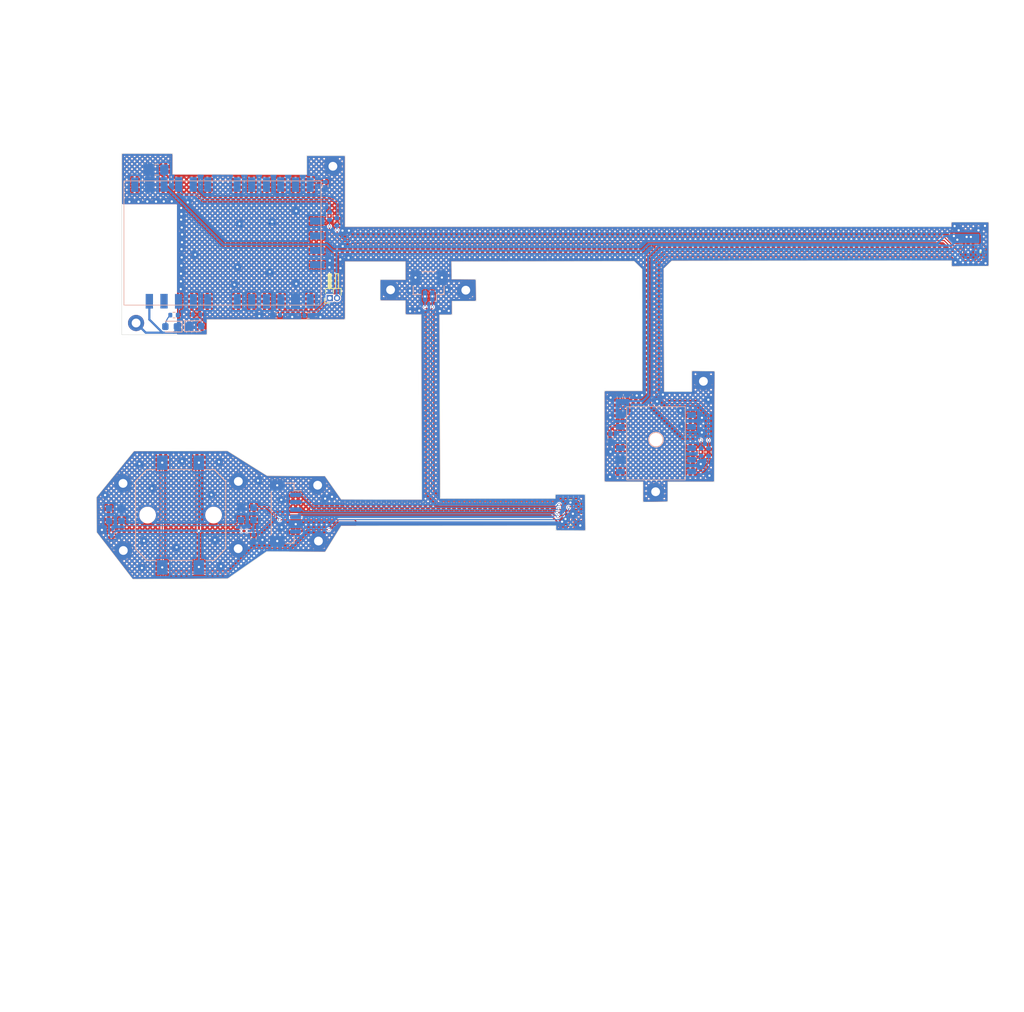
<source format=kicad_pcb>
(kicad_pcb (version 20240108) (generator "pcbnew") (generator_version "8.0")
  (layers (0 "F.Cu" signal) (31 "B.Cu" signal) (34 "B.Paste" user) (35 "F.Paste" user) (36 "B.SilkS" user "B.Silkscreen") (37 "F.SilkS" user "F.Silkscreen") (38 "B.Mask" user) (39 "F.Mask" user) (44 "Edge.Cuts" user))
  (net 0 "")
  (net 1 "GND")
  (net 2 "Net-(PA1010D1-VBACKUP)")
  (net 3 "+3.3V")
  (net 4 "Net-(Tarvos1-MODE_1)")
  (net 5 "Net-(D1-A)")
  (net 6 "Net-(D2-A)")
  (net 7 "swo")
  (net 8 "exti3{slash}pwmled")
  (net 9 "nrst")
  (net 10 "EXTI0")
  (net 11 "swdio")
  (net 12 "exti1")
  (net 13 "swclk")
  (net 14 "Net-(LED1-DOUT)")
  (net 20 "Net-(PA1010D1-TX)")
  (net 21 "Net-(PA1010D1-RX)")
  (net 23 "TX")
  (net 24 "Net-(Tarvos1-UTXD)")
  (net 25 "Net-(Tarvos1-URXD)")
  (net 26 "RX")
  (net 27 "Net-(Tarvos1-BOOT)")
  (net 28 "Net-(Tarvos1-TX_IND)")
  (net 29 "Net-(Tarvos1-RX_IND)")
  (net 30 "RX_GPS")
  (net 31 "TX_GPS")
  (footprint "" (layer "F.Cu") (at 104.37 117.17)
    (property "Reference" "")
    (property "Value" "")
  )
  (footprint "" (layer "F.Cu") (at 77.71 109.3)
    (property "Reference" "")
    (property "Value" "")
  )
  (footprint "5035521222:5035521222" (layer "F.Cu") (at 193.065 76.66 90)
    (property "Reference" "J2" (hide yes))
    (property "Value" "503552-1222" (hide yes))
  )
  (footprint "" (layer "F.Cu") (at 93.42 118.21)
    (property "Reference" "")
    (property "Value" "")
  )
  (footprint "" (layer "F.Cu") (at 104.26 109.55)
    (property "Reference" "")
    (property "Value" "")
  )
  (footprint "" (layer "F.Cu") (at 124.47 82.93)
    (property "Reference" "")
    (property "Value" "")
  )
  (footprint "custom hole:mountinghole1.2mm" (layer "F.Cu") (at 79.49 87.41)
    (property "Reference" "REF**" (hide yes))
    (property "Value" "mountinghole1.2mm")
  )
  (footprint "" (layer "F.Cu") (at 156.89 95.37)
    (property "Reference" "")
    (property "Value" "")
  )
  (footprint "" (layer "F.Cu") (at 106.34 66.02)
    (property "Reference" "")
    (property "Value" "")
  )
  (footprint "5035521022:5035521022" (layer "F.Cu") (at 138.755 113.27 90)
    (property "Reference" "J1" (hide yes))
    (property "Value" "503552-1022" (hide yes))
  )
  (footprint "" (layer "F.Cu") (at 93.44 109.03)
    (property "Reference" "")
    (property "Value" "")
  )
  (footprint "" (layer "F.Cu") (at 114.21 82.88)
    (property "Reference" "")
    (property "Value" "")
  )
  (footprint "" (layer "F.Cu") (at 77.75 118.46)
    (property "Reference" "")
    (property "Value" "")
  )
  (footprint "Connector_PinHeader_1.00mm:PinHeader_1x02_P1.00mm_Horizontal" (layer "F.Cu") (at 105.91 84.01 90)
    (property "Reference" "SW1" (hide yes))
    (property "Value" "SW_Push" (hide yes))
  )
  (footprint "" (layer "F.Cu") (at 150.37 110.44)
    (property "Reference" "")
    (property "Value" "")
  )
  (footprint "Resistor_SMD:R_0402_1005Metric" (layer "B.Cu") (at 156.5782 105.0282 -90)
    (property "Reference" "R8" (hide yes))
    (property "Value" "470r" (hide yes))
  )
  (footprint "Capacitor_SMD:C_0402_1005Metric" (layer "B.Cu") (at 146.4582 97.6082 90)
    (property "Reference" "C4" (hide yes))
    (property "Value" "1u" (hide yes))
  )
  (footprint "Capacitor_SMD:C_0402_1005Metric_Pad0.74x0.62mm_HandSolder" (layer "B.Cu") (at 144.2182 103.0982 -90)
    (property "Reference" "C5" (hide yes))
    (property "Value" "1u" (hide yes))
  )
  (footprint "Resistor_SMD:R_0402_1005Metric" (layer "B.Cu") (at 87.75 86.25)
    (property "Reference" "R5" (hide yes))
    (property "Value" "220" (hide yes))
  )
  (footprint "pa1010d:PA1010D" (layer "B.Cu") (at 155.4182 108.8282 180)
    (property "Reference" "PA1010D1" (hide yes))
    (property "Value" "~" (hide yes))
  )
  (footprint "Connector_JST:JST_SH_BM02B-SRSS-TB_1x02-1MP_P1.00mm_Vertical" (layer "B.Cu") (at 119.41 82.405 180)
    (property "Reference" "U2" (hide yes))
    (property "Value" "~" (hide yes))
  )
  (footprint "Capacitor_SMD:C_0805_2012Metric_Pad1.18x1.45mm_HandSolder" (layer "B.Cu") (at 82.31 66.48 180)
    (property "Reference" "C1" (hide yes))
    (property "Value" "100u" (hide yes))
  )
  (footprint "Resistor_SMD:R_0402_1005Metric" (layer "B.Cu") (at 106.88 73.6 90)
    (property "Reference" "R2" (hide yes))
    (property "Value" "1k" (hide yes))
  )
  (footprint "Capacitor_SMD:C_0402_1005Metric" (layer "B.Cu") (at 76.62 116.44)
    (property "Reference" "C7" (hide yes))
    (property "Value" "100n" (hide yes))
  )
  (footprint "Connector_JST:JST_SH_BM06B-SRSS-TB_1x06-1MP_P1.00mm_Vertical" (layer "B.Cu") (at 99.945 113.37 -90)
    (property "Reference" "U1" (hide yes))
    (property "Value" "~" (hide yes))
  )
  (footprint "Resistor_SMD:R_0402_1005Metric" (layer "B.Cu") (at 157.5982 105.0382 -90)
    (property "Reference" "R7" (hide yes))
    (property "Value" "470R" (hide yes))
  )
  (footprint "LED_SMD:LED_0603_1608Metric" (layer "B.Cu") (at 87.5825 87.84)
    (property "Reference" "D2" (hide yes))
    (property "Value" "LED_Small" (hide yes))
  )
  (footprint "Button_Switch_SMD:SW_Push_1P1T_NO_CK_PTS125Sx43PSMTR" (layer "B.Cu") (at 85.56 113.62 90)
    (property "Reference" "SW2" (hide yes))
    (property "Value" "SW_Push" (hide yes))
  )
  (footprint "led adressable:5871024147F" (layer "B.Cu") (at 94.66 113.45 180)
    (property "Reference" "LED1" (hide yes))
    (property "Value" "587-1024-147F" (hide yes))
  )
  (footprint "LED_SMD:LED_0603_1608Metric" (layer "B.Cu") (at 84.27 87.9 180)
    (property "Reference" "D1" (hide yes))
    (property "Value" "LED_Small" (hide yes))
  )
  (footprint "Capacitor_SMD:C_0402_1005Metric" (layer "B.Cu") (at 145.4882 97.5982 90)
    (property "Reference" "C3" (hide yes))
    (property "Value" "100n" (hide yes))
  )
  (footprint "Resistor_SMD:R_0402_1005Metric" (layer "B.Cu") (at 105.88 72.8 90)
    (property "Reference" "R1" (hide yes))
    (property "Value" "1k" (hide yes))
  )
  (footprint "led adressable:5871024147F" (layer "B.Cu") (at 76.65 113.57 90)
    (property "Reference" "LED2" (hide yes))
    (property "Value" "587-1024-147F" (hide yes))
  )
  (footprint "Capacitor_SMD:C_0402_1005Metric" (layer "B.Cu") (at 98.63 86.34 180)
    (property "Reference" "C2" (hide yes))
    (property "Value" "10n" (hide yes))
  )
  (footprint "Resistor_SMD:R_0402_1005Metric" (layer "B.Cu") (at 102.96 86.4 180)
    (property "Reference" "R6" (hide yes))
    (property "Value" "10k" (hide yes))
  )
  (footprint "tarvosiii:Tarvos III" (layer "B.Cu") (at 95.14 93.36)
    (property "Reference" "Tarvos1" (hide yes))
    (property "Value" "~" (hide yes))
  )
  (footprint "Resistor_SMD:R_0402_1005Metric" (layer "B.Cu") (at 84.67 86.33 180)
    (property "Reference" "R4" (hide yes))
    (property "Value" "220" (hide yes))
  )
  (footprint "Resistor_SMD:R_0402_1005Metric" (layer "B.Cu") (at 105.31 68.67 90)
    (property "Reference" "R3" (hide yes))
    (property "Value" "220" (hide yes))
  )
  (footprint "Capacitor_SMD:C_0402_1005Metric" (layer "B.Cu") (at 95.51 116.8 -90)
    (property "Reference" "C6" (hide yes))
    (property "Value" "100n" (hide yes))
  )
  (gr_poly (pts (xy 195.82 73.62) (xy 190.71 73.62) (xy 190.71 74.240075) (xy 108.01 74.260075) (xy 108.01 64.56) (xy 102.76 64.56) (xy 102.76 67.14) (xy 84.48 67.11) (xy 84.48 64.27) (xy 77.53 64.27) (xy 77.53 89.01) (xy 89.17 89.019387) (xy 89.17 86.93) (xy 108.01 86.93) (xy 108.02 79.02) (xy 116.23 79.02) (xy 116.23 81.492264) (xy 112.79205 81.472276) (xy 112.78 84.34) (xy 116.23 84.36) (xy 116.23 86.25) (xy 118.391569 86.269129) (xy 118.451582 111.505691) (xy 107.48 111.466746) (xy 105.26 108.29) (xy 97.363049 108.247549) (xy 91.95 104.85) (xy 79.2 104.88) (xy 74.083109 111.179563) (xy 74.1 115.97) (xy 79.03 122.38) (xy 91.988003 122.310889) (xy 97.301202 118.62) (xy 105.3 118.653382) (xy 107.48 115.11) (xy 136.756901 115.094678) (xy 136.76 115.73) (xy 140.81 115.76) (xy 140.76 110.79) (xy 136.68 110.79) (xy 136.672787 111.342141) (xy 120.993018 111.36007) (xy 120.89302 86.299779) (xy 122.608927 86.299117) (xy 122.604479 84.440716) (xy 125.892657 84.426512) (xy 125.861862 81.439425) (xy 122.556072 81.424488) (xy 122.53 79.02) (xy 147.44 78.990145) (xy 148.51 80.04) (xy 148.55 96.66) (xy 143.38 96.66) (xy 143.38 109.09) (xy 148.64 109.09) (xy 148.64 111.86) (xy 152.03 111.81) (xy 152.03 109.09) (xy 158.39 109.09) (xy 158.42 96.75) (xy 158.448107 93.968986) (xy 155.29 93.928506) (xy 155.29 96.75) (xy 151.54 96.75) (xy 151.48 79.99) (xy 152.57 78.937967) (xy 190.740522 78.906123) (xy 190.73 79.69) (xy 195.82 79.65)) (stroke (width 0.05)) (fill none) (layer "Edge.Cuts"))
  (via (at 85.67 79.57) (size 0.4) (drill 0.3) (layers "F.Cu" "B.Cu") (net 1))
  (via (at 147.79 97.31) (size 0.4) (drill 0.3) (layers "F.Cu" "B.Cu") (net 1))
  (via (at 82.21 70.84) (size 0.4) (drill 0.3) (layers "F.Cu" "B.Cu") (net 1))
  (via (at 85.75 76.39) (size 0.4) (drill 0.3) (layers "F.Cu" "B.Cu") (net 1))
  (via (at 107.38 79.93) (size 0.4) (drill 0.3) (layers "F.Cu" "B.Cu") (net 1))
  (via (at 105.284583 111.379788) (size 0.4) (drill 0.3) (layers "F.Cu" "B.Cu") (net 1))
  (via (at 144.21 104.98) (size 0.4) (drill 0.3) (layers "F.Cu" "B.Cu") (net 1))
  (via (at 85.763575 75.331234) (size 0.4) (drill 0.3) (layers "F.Cu" "B.Cu") (net 1))
  (via (at 85.61 81.72) (size 0.4) (drill 0.3) (layers "F.Cu" "B.Cu") (net 1))
  (via (at 93.292686 79.76831) (size 0.4) (drill 0.3) (layers "F.Cu" "B.Cu") (net 1))
  (via (at 195.38 79.26) (size 0.4) (drill 0.3) (layers "F.Cu" "B.Cu") (net 1))
  (via (at 144.14 108.42) (size 0.4) (drill 0.3) (layers "F.Cu" "B.Cu") (net 1))
  (via (at 116.88 85.82) (size 0.4) (drill 0.3) (layers "F.Cu" "B.Cu") (net 1))
  (via (at 101.34 82.05) (size 0.4) (drill 0.3) (layers "F.Cu" "B.Cu") (net 1))
  (via (at 96.11 108.92) (size 0.4) (drill 0.3) (layers "F.Cu" "B.Cu") (net 1))
  (via (at 104.64 86.6) (size 0.4) (drill 0.3) (layers "F.Cu" "B.Cu") (net 1))
  (via (at 148.53 97.25) (size 0.4) (drill 0.3) (layers "F.Cu" "B.Cu") (net 1))
  (via (at 105.91 78.88) (size 0.4) (drill 0.3) (layers "F.Cu" "B.Cu") (net 1))
  (via (at 121.89 82.87) (size 0.4) (drill 0.3) (layers "F.Cu" "B.Cu") (net 1))
  (via (at 120.93 85.79) (size 0.4) (drill 0.3) (layers "F.Cu" "B.Cu") (net 1))
  (via (at 100.79 86.58) (size 0.4) (drill 0.3) (layers "F.Cu" "B.Cu") (net 1))
  (via (at 138.07 114.16) (size 0.4) (drill 0.3) (layers "F.Cu" "B.Cu") (net 1))
  (via (at 191.16 74.18) (size 0.4) (drill 0.3) (layers "F.Cu" "B.Cu") (net 1))
  (via (at 195.3 74.15) (size 0.4) (drill 0.3) (layers "F.Cu" "B.Cu") (net 1))
  (via (at 97.729485 80.412361) (size 0.4) (drill 0.3) (layers "F.Cu" "B.Cu") (net 1))
  (via (at 74.83 115.65) (size 0.4) (drill 0.3) (layers "F.Cu" "B.Cu") (net 1))
  (via (at 101.34 72.12) (size 0.4) (drill 0.3) (layers "F.Cu" "B.Cu") (net 1))
  (via (at 117.61 81.205) (size 0.4) (drill 0.3) (layers "F.Cu" "B.Cu") (net 1))
  (via (at 92.9 82.19) (size 0.4) (drill 0.3) (layers "F.Cu" "B.Cu") (net 1))
  (via (at 99.3 111.54) (size 0.4) (drill 0.3) (layers "F.Cu" "B.Cu") (net 1))
  (via (at 107.34 78.74) (size 0.4) (drill 0.3) (layers "F.Cu" "B.Cu") (net 1))
  (via (at 75.26 110.9) (size 0.4) (drill 0.3) (layers "F.Cu" "B.Cu") (net 1))
  (via (at 99.35 115.29) (size 0.4) (drill 0.3) (layers "F.Cu" "B.Cu") (net 1))
  (via (at 156.69 100.35) (size 0.4) (drill 0.3) (layers "F.Cu" "B.Cu") (net 1))
  (via (at 81.63 109.99) (size 0.4) (drill 0.3) (layers "F.Cu" "B.Cu") (net 1))
  (via (at 80.29 120.85) (size 0.4) (drill 0.3) (layers "F.Cu" "B.Cu") (net 1))
  (via (at 118.12 85.72) (size 0.4) (drill 0.3) (layers "F.Cu" "B.Cu") (net 1))
  (via (at 85.72 74.38) (size 0.4) (drill 0.3) (layers "F.Cu" "B.Cu") (net 1))
  (via (at 85.62 80.68) (size 0.4) (drill 0.3) (layers "F.Cu" "B.Cu") (net 1))
  (via (at 122.15 85.75) (size 0.4) (drill 0.3) (layers "F.Cu" "B.Cu") (net 1))
  (via (at 191.26 79.14) (size 0.4) (drill 0.3) (layers "F.Cu" "B.Cu") (net 1))
  (via (at 153.92 101.53) (size 0.4) (drill 0.3) (layers "F.Cu" "B.Cu") (net 1))
  (via (at 153.76 99.35) (size 0.4) (drill 0.3) (layers "F.Cu" "B.Cu") (net 1))
  (via (at 85.76 106.27) (size 0.4) (drill 0.3) (layers "F.Cu" "B.Cu") (net 1))
  (via (at 151.36 97.18) (size 0.4) (drill 0.3) (layers "F.Cu" "B.Cu") (net 1))
  (via (at 156.68 102.35) (size 0.4) (drill 0.3) (layers "F.Cu" "B.Cu") (net 1))
  (via (at 194.71 77.5) (size 0.4) (drill 0.3) (layers "F.Cu" "B.Cu") (net 1))
  (via (at 79.95 106.62) (size 0.4) (drill 0.3) (layers "F.Cu" "B.Cu") (net 1))
  (via (at 191.71 74.75) (size 0.4) (drill 0.3) (layers "F.Cu" "B.Cu") (net 1))
  (via (at 157.71 108.25) (size 0.4) (drill 0.3) (layers "F.Cu" "B.Cu") (net 1))
  (via (at 98.745 117.17) (size 0.4) (drill 0.3) (layers "F.Cu" "B.Cu") (net 1))
  (via (at 85.02 118.02) (size 0.4) (drill 0.3) (layers "F.Cu" "B.Cu") (net 1))
  (via (at 138.75 111.92) (size 0.4) (drill 0.3) (layers "F.Cu" "B.Cu") (net 1))
  (via (at 85.64 71.71) (size 0.4) (drill 0.3) (layers "F.Cu" "B.Cu") (net 1))
  (via (at 194.41 74.76) (size 0.4) (drill 0.3) (layers "F.Cu" "B.Cu") (net 1))
  (via (at 79.82 70.86) (size 0.4) (drill 0.3) (layers "F.Cu" "B.Cu") (net 1))
  (via (at 156.53 106.66) (size 0.4) (drill 0.3) (layers "F.Cu" "B.Cu") (net 1))
  (via (at 85.64 73.3) (size 0.4) (drill 0.3) (layers "F.Cu" "B.Cu") (net 1))
  (via (at 106.22 111.13) (size 0.4) (drill 0.3) (layers "F.Cu" "B.Cu") (net 1))
  (via (at 105.86 79.81) (size 0.4) (drill 0.3) (layers "F.Cu" "B.Cu") (net 1))
  (via (at 93.578931 73.864505) (size 0.4) (drill 0.3) (layers "F.Cu" "B.Cu") (net 1))
  (via (at 96.3 86.48) (size 0.4) (drill 0.3) (layers "F.Cu" "B.Cu") (net 1))
  (via (at 81.02 70.83) (size 0.4) (drill 0.3) (layers "F.Cu" "B.Cu") (net 1))
  (via (at 98.051511 73.57826) (size 0.4) (drill 0.3) (layers "F.Cu" "B.Cu") (net 1))
  (via (at 85.71 78.46) (size 0.4) (drill 0.3) (layers "F.Cu" "B.Cu") (net 1))
  (via (at 89.76 110.85) (size 0.4) (drill 0.3) (layers "F.Cu" "B.Cu") (net 1))
  (via (at 107.65 74.8) (size 0.4) (drill 0.3) (layers "F.Cu" "B.Cu") (net 1))
  (via (at 101.27 114.87) (size 0.4) (drill 0.3) (layers "F.Cu" "B.Cu") (net 1))
  (via (at 108.529771 74.806719) (size 0.4) (drill 0.3) (layers "F.Cu" "B.Cu") (net 1))
  (via (at 90.24 117.01) (size 0.4) (drill 0.3) (layers "F.Cu" "B.Cu") (net 1))
  (via (at 85.59 82.78) (size 0.4) (drill 0.3) (layers "F.Cu" "B.Cu") (net 1))
  (via (at 96.73 117.01) (size 0.4) (drill 0.3) (layers "F.Cu" "B.Cu") (net 1))
  (via (at 107.68 76.92) (size 0.4) (drill 0.3) (layers "F.Cu" "B.Cu") (net 1))
  (via (at 144.18 100.32) (size 0.4) (drill 0.3) (layers "F.Cu" "B.Cu") (net 1))
  (via (at 91.08 120.61) (size 0.4) (drill 0.3) (layers "F.Cu" "B.Cu") (net 1))
  (via (at 137.61 114.53) (size 0.4) (drill 0.3) (layers "F.Cu" "B.Cu") (net 1))
  (via (at 90.79 106.38) (size 0.4) (drill 0.3) (layers "F.Cu" "B.Cu") (net 1))
  (via (at 139.08 113.44) (size 0.4) (drill 0.3) (layers "F.Cu" "B.Cu") (net 1))
  (via (at 121.21 81.205) (size 0.4) (drill 0.3) (layers "F.Cu" "B.Cu") (net 1))
  (via (at 150.57 98.11) (size 0.4) (drill 0.3) (layers "F.Cu" "B.Cu") (net 1))
  (via (at 108.476763 78.506701) (size 0.4) (drill 0.3) (layers "F.Cu" "B.Cu") (net 1))
  (via (at 80.58 117.13) (size 0.4) (drill 0.3) (layers "F.Cu" "B.Cu") (net 1))
  (via (at 85.67 72.53) (size 0.4) (drill 0.3) (layers "F.Cu" "B.Cu") (net 1))
  (via (at 140.09 115.05) (size 0.4) (drill 0.3) (layers "F.Cu" "B.Cu") (net 1))
  (via (at 86.54 70.94) (size 0.4) (drill 0.3) (layers "F.Cu" "B.Cu") (net 1))
  (via (at 98.745 109.57) (size 0.4) (drill 0.3) (layers "F.Cu" "B.Cu") (net 1))
  (via (at 85.69 77.33) (size 0.4) (drill 0.3) (layers "F.Cu" "B.Cu") (net 1))
  (via (at 83.27 70.81) (size 0.4) (drill 0.3) (layers "F.Cu" "B.Cu") (net 1))
  (via (at 144.23 97.59) (size 0.4) (drill 0.3) (layers "F.Cu" "B.Cu") (net 1))
  (via (at 87.56 78.09) (size 0.4) (drill 0.3) (layers "F.Cu" "B.Cu") (net 1))
  (via (at 84.36 70.81) (size 0.4) (drill 0.3) (layers "F.Cu" "B.Cu") (net 1))
  (via (at 157.56 97.88) (size 0.4) (drill 0.3) (layers "F.Cu" "B.Cu") (net 1))
  (via (at 78.58 70.86) (size 0.4) (drill 0.3) (layers "F.Cu" "B.Cu") (net 1))
  (via (at 116.85 83.01) (size 0.4) (drill 0.3) (layers "F.Cu" "B.Cu") (net 1))
  (segment (start 85.57 88.73) (end 85.63 88.67) (width 0.3) (layer "B.Cu") (net 1))
  (segment (start 81.3 84.44) (end 81.3 86.932186) (width 0.3) (layer "B.Cu") (net 1))
  (segment (start 85.0575 87.9) (end 85.0575 88.2825) (width 0.3) (layer "B.Cu") (net 1))
  (segment (start 83.097814 88.73) (end 80.81 88.73) (width 0.3) (layer "B.Cu") (net 1))
  (segment (start 83.097814 88.73) (end 84.61 88.73) (width 0.3) (layer "B.Cu") (net 1))
  (segment (start 85.0575 88.2825) (end 84.61 88.73) (width 0.3) (layer "B.Cu") (net 1))
  (segment (start 80.81 88.73) (end 79.49 87.41) (width 0.3) (layer "B.Cu") (net 1))
  (segment (start 81.3 86.932186) (end 83.097814 88.73) (width 0.3) (layer "B.Cu") (net 1))
  (segment (start 84.61 88.73) (end 85.57 88.73) (width 0.3) (layer "B.Cu") (net 1))
  (segment (start 144.2182 102.5307) (end 144.2182 101.7382) (width 0.15) (layer "B.Cu") (net 2))
  (segment (start 144.604474 101.5782) (end 145.5682 101.5782) (width 0.15) (layer "B.Cu") (net 2))
  (arc (start 144.2182 101.7382) (mid 144.395424 101.619783) (end 144.604474 101.5782) (width 0.15) (layer "B.Cu") (net 2))
  (segment (start 136.034315 113.62) (end 98.53 113.62) (width 0.2) (layer "F.Cu") (net 3))
  (segment (start 138.87 112.87) (end 138.585 113.155) (width 0.2) (layer "F.Cu") (net 3))
  (segment (start 140.255 111.725) (end 140.255 112.84) (width 0.2) (layer "F.Cu") (net 3))
  (segment (start 138.585 113.155) (end 138.585 115.015) (width 0.2) (layer "F.Cu") (net 3))
  (segment (start 137.38962 111.37) (end 139.78 111.37) (width 0.2) (layer "F.Cu") (net 3))
  (segment (start 120.86538 112.095) (end 136.66462 112.095) (width 0.2) (layer "F.Cu") (net 3))
  (segment (start 139.81 111.4) (end 139.93 111.4) (width 0.2) (layer "F.Cu") (net 3))
  (segment (start 139.83 112.87) (end 138.87 112.87) (width 0.2) (layer "F.Cu") (net 3))
  (segment (start 139.78 111.37) (end 139.81 111.4) (width 0.2) (layer "F.Cu") (net 3))
  (segment (start 118.92 85.25) (end 119.03 85.36) (width 0.2) (layer "F.Cu") (net 3))
  (segment (start 137.679315 115.265) (end 136.034315 113.62) (width 0.2) (layer "F.Cu") (net 3))
  (segment (start 138.585 115.015) (end 138.335 115.265) (width 0.2) (layer "F.Cu") (net 3))
  (segment (start 191.99 75.66) (end 192.8 75.66) (width 0.3) (layer "F.Cu") (net 3))
  (segment (start 138.335 115.265) (end 137.679315 115.265) (width 0.2) (layer "F.Cu") (net 3))
  (segment (start 119.465 85.795) (end 119.465 110.69462) (width 0.2) (layer "F.Cu") (net 3))
  (segment (start 93.85 115.8) (end 94.58 115.8) (width 0.3) (layer "F.Cu") (net 3))
  (segment (start 191.87 75.54) (end 191.06 75.54) (width 0.3) (layer "F.Cu") (net 3))
  (segment (start 136.66462 112.095) (end 137.38962 111.37) (width 0.2) (layer "F.Cu") (net 3))
  (segment (start 193.38 75.66) (end 194.14 75.66) (width 0.3) (layer "F.Cu") (net 3))
  (segment (start 119.465 110.69462) (end 120.86538 112.095) (width 0.2) (layer "F.Cu") (net 3))
  (segment (start 191.99 75.66) (end 191.87 75.54) (width 0.3) (layer "F.Cu") (net 3))
  (segment (start 191.53 76.04) (end 191.99 76.04) (width 0.3) (layer "F.Cu") (net 3))
  (segment (start 118.92 85.25) (end 119.465 85.795) (width 0.2) (layer "F.Cu") (net 3))
  (segment (start 191.99 76.06) (end 194.14 76.06) (width 0.2) (layer "F.Cu") (net 3))
  (segment (start 98.53 113.62) (end 96.35 115.8) (width 0.2) (layer "F.Cu") (net 3))
  (segment (start 96.35 115.8) (end 94.58 115.8) (width 0.2) (layer "F.Cu") (net 3))
  (segment (start 88.06 106.47) (end 88.06 115.77) (width 0.3) (layer "F.Cu") (net 3))
  (segment (start 140.225 112.87) (end 139.83 112.87) (width 0.2) (layer "F.Cu") (net 3))
  (segment (start 88.06 115.77) (end 88.045 115.785) (width 0.3) (layer "F.Cu") (net 3))
  (segment (start 140.255 112.84) (end 140.225 112.87) (width 0.2) (layer "F.Cu") (net 3))
  (segment (start 139.93 111.4) (end 140.255 111.725) (width 0.2) (layer "F.Cu") (net 3))
  (via (at 193.38 75.66) (size 0.4) (drill 0.3) (layers "F.Cu" "B.Cu") (net 3))
  (via (at 192.8 75.66) (size 0.4) (drill 0.3) (layers "F.Cu" "B.Cu") (net 3))
  (via (at 118.91 83.79) (size 0.4) (drill 0.3) (layers "F.Cu" "B.Cu") (net 3))
  (via (at 93.85 115.8) (size 0.4) (drill 0.3) (layers "F.Cu" "B.Cu") (net 3))
  (via (at 88.06 106.47) (size 0.4) (drill 0.3) (layers "F.Cu" "B.Cu") (net 3))
  (via (at 88.045 115.785) (size 0.4) (drill 0.3) (layers "F.Cu" "B.Cu") (net 3))
  (via (at 94.58 115.8) (size 0.4) (drill 0.3) (layers "F.Cu" "B.Cu") (net 3))
  (via (at 88.06 120.71) (size 0.4) (drill 0.3) (layers "F.Cu" "B.Cu") (net 3))
  (via (at 191.53 76.04) (size 0.4) (drill 0.3) (layers "F.Cu" "B.Cu") (net 3))
  (via (at 118.92 85.25) (size 0.4) (drill 0.3) (layers "F.Cu" "B.Cu") (net 3))
  (via (at 191.06 75.54) (size 0.4) (drill 0.3) (layers "F.Cu" "B.Cu") (net 3))
  (segment (start 88.01 115.75) (end 88.045 115.785) (width 0.3) (layer "B.Cu") (net 3))
  (segment (start 76.83 115.75) (end 88.01 115.75) (width 0.3) (layer "B.Cu") (net 3))
  (segment (start 149.392893 76.65) (end 148.512893 77.53) (width 0.3) (layer "B.Cu") (net 3))
  (segment (start 88.06 115.8) (end 88.06 120.71) (width 0.3) (layer "B.Cu") (net 3))
  (segment (start 95.51 115.37) (end 95.51 116.32) (width 0.3) (layer "B.Cu") (net 3))
  (segment (start 118.91 83.79) (end 118.91 85.24) (width 0.2) (layer "B.Cu") (net 3))
  (segment (start 189.82 75.54) (end 188.71 76.65) (width 0.3) (layer "B.Cu") (net 3))
  (segment (start 95.51 114.3) (end 95.51 115.37) (width 0.3) (layer "B.Cu") (net 3))
  (segment (start 88.06 120.71) (end 88.06 120.77) (width 0.3) (layer "B.Cu") (net 3))
  (segment (start 83.3475 68.4625) (end 83.3 68.51) (width 0.3) (layer "B.Cu") (net 3))
  (segment (start 193.38 75.66) (end 192.8 75.66) (width 0.3) (layer "B.Cu") (net 3))
  (segment (start 192.8 75.66) (end 191.18 75.66) (width 0.3) (layer "B.Cu") (net 3))
  (segment (start 106.98 77.53) (end 106.33 77.53) (width 0.3) (layer "B.Cu") (net 3))
  (segment (start 76.14 116.44) (end 76.83 115.75) (width 0.3) (layer "B.Cu") (net 3))
  (segment (start 148.54 98.13) (end 148.4982 98.0882) (width 0.3) (layer "B.Cu") (net 3))
  (segment (start 191.18 75.66) (end 191.06 75.54) (width 0.3) (layer "B.Cu") (net 3))
  (segment (start 191.06 75.54) (end 189.82 75.54) (width 0.3) (layer "B.Cu") (net 3))
  (segment (start 105.5 76.7) (end 91.42 76.7) (width 0.3) (layer "B.Cu") (net 3))
  (segment (start 148.4982 98.0882) (end 146.4582 98.0882) (width 0.3) (layer "B.Cu") (net 3))
  (segment (start 83.3475 66.48) (end 83.3475 68.4625) (width 0.3) (layer "B.Cu") (net 3))
  (segment (start 106.84 83.94) (end 106.84 77.67) (width 0.3) (layer "B.Cu") (net 3))
  (segment (start 191.53 76.01) (end 191.06 75.54) (width 0.3) (layer "B.Cu") (net 3))
  (segment (start 93.85 115.8) (end 88.06 115.8) (width 0.3) (layer "B.Cu") (net 3))
  (segment (start 191.53 76.04) (end 191.53 76.01) (width 0.3) (layer "B.Cu") (net 3))
  (segment (start 191.91 75.66) (end 192.8 75.66) (width 0.3) (layer "B.Cu") (net 3))
  (segment (start 190.72 76.85) (end 150.84 76.85) (width 0.3) (layer "B.Cu") (net 3))
  (segment (start 191.53 76.04) (end 190.72 76.85) (width 0.3) (layer "B.Cu") (net 3))
  (segment (start 95.51 115.37) (end 95.08 115.8) (width 0.3) (layer "B.Cu") (net 3))
  (segment (start 148.512893 77.53) (end 106.98 77.53) (width 0.3) (layer "B.Cu") (net 3))
  (segment (start 83.3 68.58) (end 83.3 68.51) (width 0.3) (layer "B.Cu") (net 3))
  (segment (start 118.91 83.73) (end 118.91 83.79) (width 0.2) (layer "B.Cu") (net 3))
  (segment (start 75.8 116.1) (end 76.14 116.44) (width 0.3) (layer "B.Cu") (net 3))
  (segment (start 106.91 84.01) (end 106.84 83.94) (width 0.3) (layer "B.Cu") (net 3))
  (segment (start 150.84 76.85) (end 149.35 78.34) (width 0.3) (layer "B.Cu") (net 3))
  (segment (start 149.35 78.34) (end 149.35 97.32) (width 0.3) (layer "B.Cu") (net 3))
  (segment (start 106.33 77.53) (end 105.5 76.7) (width 0.3) (layer "B.Cu") (net 3))
  (segment (start 188.71 76.65) (end 149.392893 76.65) (width 0.3) (layer "B.Cu") (net 3))
  (segment (start 75.8 114.42) (end 75.8 116.1) (width 0.3) (layer "B.Cu") (net 3))
  (segment (start 91.42 76.7) (end 83.3 68.58) (width 0.3) (layer "B.Cu") (net 3))
  (segment (start 95.08 115.8) (end 94.58 115.8) (width 0.3) (layer "B.Cu") (net 3))
  (segment (start 88.045 115.785) (end 88.06 115.8) (width 0.3) (layer "B.Cu") (net 3))
  (segment (start 149.35 97.32) (end 148.54 98.13) (width 0.3) (layer "B.Cu") (net 3))
  (segment (start 191.53 76.04) (end 191.91 75.66) (width 0.3) (layer "B.Cu") (net 3))
  (segment (start 118.91 85.24) (end 118.92 85.25) (width 0.2) (layer "B.Cu") (net 3))
  (segment (start 106.84 77.67) (end 106.98 77.53) (width 0.3) (layer "B.Cu") (net 3))
  (segment (start 99.094153 86.324153) (end 99.094153 86.234519) (width 0.15) (layer "B.Cu") (net 4))
  (segment (start 102.16 85.79) (end 104.13 85.79) (width 0.15) (layer "B.Cu") (net 4))
  (segment (start 99.11 86.34) (end 99.094153 86.324153) (width 0.15) (layer "B.Cu") (net 4))
  (segment (start 102.45 86.4) (end 102.427223 86.377223) (width 0.15) (layer "B.Cu") (net 4))
  (segment (start 104.13 85.79) (end 105.91 84.01) (width 0.15) (layer "B.Cu") (net 4))
  (segment (start 99.394142 85.79) (end 102.16 85.79) (width 0.15) (layer "B.Cu") (net 4))
  (segment (start 99.25 84.47) (end 99.25 85.490295) (width 0.15) (layer "B.Cu") (net 4))
  (segment (start 102.427223 86.377223) (end 102.427223 86.230318) (width 0.15) (layer "B.Cu") (net 4))
  (arc (start 102.427223 86.230318) (mid 102.319419 85.994277) (end 102.16 85.79) (width 0.15) (layer "B.Cu") (net 4))
  (arc (start 99.37 85.78) (mid 99.381076 85.787401) (end 99.394142 85.79) (width 0.15) (layer "B.Cu") (net 4))
  (arc (start 99.25 85.490295) (mid 99.281187 85.647082) (end 99.37 85.78) (width 0.15) (layer "B.Cu") (net 4))
  (arc (start 99.094153 86.234519) (mid 99.205441 85.990866) (end 99.37 85.78) (width 0.15) (layer "B.Cu") (net 4))
  (segment (start 84.16 86.33) (end 84.113593 86.376407) (width 0.15) (layer "B.Cu") (net 5))
  (arc (start 84.113593 86.376407) (mid 83.646516 87.075437) (end 83.4825 87.9) (width 0.15) (layer "B.Cu") (net 5))
  (segment (start 88.37 86.515563) (end 88.37 87.84) (width 0.15) (layer "B.Cu") (net 6))
  (arc (start 88.26 86.25) (mid 88.341412 86.371841) (end 88.37 86.515563) (width 0.15) (layer "B.Cu") (net 6))
  (segment (start 137.39 112.18) (end 137.68 112.47) (width 0.15) (layer "F.Cu") (net 7))
  (segment (start 137.22 112.18) (end 137.39 112.18) (width 0.15) (layer "F.Cu") (net 7))
  (via (at 137.22 112.18) (size 0.4) (drill 0.3) (layers "F.Cu" "B.Cu") (net 7))
  (segment (start 136.700293 112.56) (end 107.95 112.56) (width 0.15) (layer "B.Cu") (net 7))
  (segment (start 137.080293 112.18) (end 136.700293 112.56) (width 0.15) (layer "B.Cu") (net 7))
  (segment (start 137.22 112.18) (end 137.080293 112.18) (width 0.15) (layer "B.Cu") (net 7))
  (segment (start 103.674999 112.5) (end 102.044999 110.87) (width 0.15) (layer "B.Cu") (net 7))
  (segment (start 107.95 112.56) (end 107.89 112.5) (width 0.15) (layer "B.Cu") (net 7))
  (segment (start 107.89 112.5) (end 103.674999 112.5) (width 0.15) (layer "B.Cu") (net 7))
  (segment (start 102.044999 110.87) (end 101.27 110.87) (width 0.15) (layer "B.Cu") (net 7))
  (segment (start 138.92 115.3) (end 138.92 114.235) (width 0.15) (layer "F.Cu") (net 8))
  (segment (start 99.08 114.28) (end 99.09 114.27) (width 0.15) (layer "F.Cu") (net 8))
  (segment (start 139.485 113.67) (end 139.83 113.67) (width 0.15) (layer "F.Cu") (net 8))
  (segment (start 109.86 114.84) (end 136.794695 114.84) (width 0.15) (layer "F.Cu") (net 8))
  (segment (start 99.09 114.27) (end 109.29 114.27) (width 0.15) (layer "F.Cu") (net 8))
  (segment (start 138.63 115.59) (end 138.92 115.3) (width 0.15) (layer "F.Cu") (net 8))
  (segment (start 99.08 114.28) (end 98.93 114.28) (width 0.15) (layer "F.Cu") (net 8))
  (segment (start 137.544695 115.59) (end 138.63 115.59) (width 0.15) (layer "F.Cu") (net 8))
  (segment (start 109.29 114.27) (end 109.86 114.84) (width 0.15) (layer "F.Cu") (net 8))
  (segment (start 138.92 114.235) (end 139.485 113.67) (width 0.15) (layer "F.Cu") (net 8))
  (segment (start 136.794695 114.84) (end 137.544695 115.59) (width 0.15) (layer "F.Cu") (net 8))
  (via (at 99.08 114.28) (size 0.4) (drill 0.3) (layers "F.Cu" "B.Cu") (net 8))
  (segment (start 97.4 112.6) (end 95.51 112.6) (width 0.15) (layer "B.Cu") (net 8))
  (segment (start 99.08 114.28) (end 97.4 112.6) (width 0.15) (layer "B.Cu") (net 8))
  (segment (start 137.066724 113.861041) (end 137.26 113.861041) (width 0.15) (layer "F.Cu") (net 9))
  (segment (start 137.26 113.861041) (end 137.451041 113.67) (width 0.15) (layer "F.Cu") (net 9))
  (segment (start 137.030477 113.824794) (end 137.066724 113.861041) (width 0.15) (layer "F.Cu") (net 9))
  (segment (start 137.451041 113.67) (end 137.68 113.67) (width 0.15) (layer "F.Cu") (net 9))
  (via (at 137.030477 113.824794) (size 0.4) (drill 0.3) (layers "F.Cu" "B.Cu") (net 9))
  (segment (start 136.498959 113.46) (end 102.210735 113.46) (width 0.15) (layer "B.Cu") (net 9))
  (segment (start 101.72 113.42) (end 101.27 113.87) (width 0.15) (layer "B.Cu") (net 9))
  (segment (start 137.030477 113.824794) (end 136.863753 113.824794) (width 0.15) (layer "B.Cu") (net 9))
  (segment (start 136.863753 113.824794) (end 136.498959 113.46) (width 0.15) (layer "B.Cu") (net 9))
  (segment (start 102.210735 113.46) (end 102.170735 113.42) (width 0.15) (layer "B.Cu") (net 9))
  (segment (start 102.170735 113.42) (end 101.72 113.42) (width 0.15) (layer "B.Cu") (net 9))
  (segment (start 138.6 112.47) (end 139.83 112.47) (width 0.15) (layer "F.Cu") (net 10))
  (segment (start 102.78 115.62) (end 100.25 118.15) (width 0.15) (layer "F.Cu") (net 10))
  (segment (start 83.44 120.77) (end 83.06 120.77) (width 0.15) (layer "F.Cu") (net 10))
  (segment (start 84.22 121.55) (end 83.44 120.77) (width 0.15) (layer "F.Cu") (net 10))
  (segment (start 138.5 112.57) (end 138.6 112.47) (width 0.15) (layer "F.Cu") (net 10))
  (segment (start 95.64 118.15) (end 92.24 121.55) (width 0.15) (layer "F.Cu") (net 10))
  (segment (start 92.24 121.55) (end 84.22 121.55) (width 0.15) (layer "F.Cu") (net 10))
  (segment (start 100.25 118.15) (end 95.64 118.15) (width 0.15) (layer "F.Cu") (net 10))
  (segment (start 105.79 115.62) (end 102.78 115.62) (width 0.15) (layer "F.Cu") (net 10))
  (segment (start 83.06 106.47) (end 83.06 120.77) (width 0.15) (layer "F.Cu") (net 10))
  (via (at 83.06 106.47) (size 0.4) (drill 0.3) (layers "F.Cu" "B.Cu") (net 10))
  (via (at 83.06 120.77) (size 0.4) (drill 0.3) (layers "F.Cu" "B.Cu") (net 10))
  (via (at 105.79 115.62) (size 0.4) (drill 0.3) (layers "F.Cu" "B.Cu") (net 10))
  (via (at 138.5 112.57) (size 0.4) (drill 0.3) (layers "F.Cu" "B.Cu") (net 10))
  (segment (start 138.5 112.956312) (end 137.206518 114.249794) (width 0.15) (layer "B.Cu") (net 10))
  (segment (start 137.206518 114.249794) (end 107.160206 114.249794) (width 0.15) (layer "B.Cu") (net 10))
  (segment (start 107.160206 114.249794) (end 105.79 115.62) (width 0.15) (layer "B.Cu") (net 10))
  (segment (start 138.5 112.57) (end 138.5 112.956312) (width 0.15) (layer "B.Cu") (net 10))
  (segment (start 136.924999 113.285) (end 136.939999 113.27) (width 0.15) (layer "F.Cu") (net 11))
  (segment (start 136.939999 113.27) (end 137.68 113.27) (width 0.15) (layer "F.Cu") (net 11))
  (via (at 136.924999 113.285) (size 0.4) (drill 0.3) (layers "F.Cu" "B.Cu") (net 11))
  (segment (start 102.334999 113.16) (end 102.044999 112.87) (width 0.15) (layer "B.Cu") (net 11))
  (segment (start 102.044999 112.87) (end 101.27 112.87) (width 0.15) (layer "B.Cu") (net 11))
  (segment (start 136.799999 113.16) (end 102.334999 113.16) (width 0.15) (layer "B.Cu") (net 11))
  (segment (start 136.924999 113.285) (end 136.799999 113.16) (width 0.15) (layer "B.Cu") (net 11))
  (segment (start 119.79 110.56) (end 121 111.77) (width 0.15) (layer "F.Cu") (net 12))
  (segment (start 140.58 113.665) (end 140.175 114.07) (width 0.15) (layer "F.Cu") (net 12))
  (segment (start 137.28 111.02) (end 140.09 111.02) (width 0.15) (layer "F.Cu") (net 12))
  (segment (start 140.58 111.51) (end 140.58 113.665) (width 0.15) (layer "F.Cu") (net 12))
  (segment (start 140.09 111.02) (end 140.58 111.51) (width 0.15) (layer "F.Cu") (net 12))
  (segment (start 140.175 114.07) (end 139.83 114.07) (width 0.15) (layer "F.Cu") (net 12))
  (segment (start 136.53 111.77) (end 137.28 111.02) (width 0.15) (layer "F.Cu") (net 12))
  (segment (start 119.93 85.23) (end 119.93 85.2) (width 0.15) (layer "F.Cu") (net 12))
  (segment (start 119.93 85.23) (end 119.93 85.36) (width 0.15) (layer "F.Cu") (net 12))
  (segment (start 119.79 85.5) (end 119.79 110.56) (width 0.15) (layer "F.Cu") (net 12))
  (segment (start 121 111.77) (end 136.53 111.77) (width 0.15) (layer "F.Cu") (net 12))
  (segment (start 119.93 85.36) (end 119.79 85.5) (width 0.15) (layer "F.Cu") (net 12))
  (via (at 119.93 85.23) (size 0.4) (drill 0.3) (layers "F.Cu" "B.Cu") (net 12))
  (via (at 119.91 83.77) (size 0.4) (drill 0.3) (layers "F.Cu" "B.Cu") (net 12))
  (segment (start 119.91 83.77) (end 119.91 85.21) (width 0.2) (layer "B.Cu") (net 12))
  (segment (start 119.91 83.73) (end 119.91 83.77) (width 0.2) (layer "B.Cu") (net 12))
  (segment (start 119.91 85.21) (end 119.93 85.23) (width 0.2) (layer "B.Cu") (net 12))
  (segment (start 137.25111 112.87) (end 137.121222 112.740112) (width 0.15) (layer "F.Cu") (net 13))
  (segment (start 137.68 112.87) (end 137.25111 112.87) (width 0.15) (layer "F.Cu") (net 13))
  (via (at 137.121222 112.740112) (size 0.4) (drill 0.3) (layers "F.Cu" "B.Cu") (net 13))
  (segment (start 137.001334 112.86) (end 103.610735 112.86) (width 0.15) (layer "B.Cu") (net 13))
  (segment (start 103.610735 112.86) (end 102.620735 111.87) (width 0.15) (layer "B.Cu") (net 13))
  (segment (start 102.620735 111.87) (end 101.27 111.87) (width 0.15) (layer "B.Cu") (net 13))
  (segment (start 137.121222 112.740112) (end 137.001334 112.86) (width 0.15) (layer "B.Cu") (net 13))
  (segment (start 93.05 115.06) (end 78.14 115.06) (width 0.15) (layer "B.Cu") (net 14))
  (segment (start 93.81 114.3) (end 93.05 115.06) (width 0.15) (layer "B.Cu") (net 14))
  (segment (start 78.14 115.06) (end 77.5 114.42) (width 0.15) (layer "B.Cu") (net 14))
  (segment (start 155.2682 106.0782) (end 155.274525 106.0782) (width 0.15) (layer "B.Cu") (net 20))
  (arc (start 155.274525 106.0782) (mid 155.980068 105.937858) (end 156.5782 105.5382) (width 0.15) (layer "B.Cu") (net 20))
  (segment (start 155.2682 107.6782) (end 156.660921 107.6782) (width 0.15) (layer "B.Cu") (net 21))
  (segment (start 157.5982 105.849967) (end 157.5982 105.5482) (width 0.15) (layer "B.Cu") (net 21))
  (arc (start 156.8782 107.5882) (mid 157.411078 106.790692) (end 157.5982 105.849967) (width 0.15) (layer "B.Cu") (net 21))
  (arc (start 156.660921 107.6782) (mid 156.778511 107.654809) (end 156.8782 107.5882) (width 0.15) (layer "B.Cu") (net 21))
  (segment (start 108.604264 76.28) (end 107.43 76.28) (width 0.15) (layer "F.Cu") (net 23))
  (segment (start 105.88 74.73) (end 105.88 74.23) (width 0.15) (layer "F.Cu") (net 23))
  (segment (start 191.99 77.66) (end 191.645 77.66) (width 0.15) (layer "F.Cu") (net 23))
  (segment (start 191.645 77.66) (end 191.145 77.16) (width 0.15) (layer "F.Cu") (net 23))
  (segment (start 191.145 77.16) (end 190.74 77.16) (width 0.15) (layer "F.Cu") (net 23))
  (segment (start 108.734264 76.15) (end 108.604264 76.28) (width 0.15) (layer "F.Cu") (net 23))
  (segment (start 189.73 76.15) (end 108.734264 76.15) (width 0.15) (layer "F.Cu") (net 23))
  (segment (start 190.74 77.16) (end 189.73 76.15) (width 0.15) (layer "F.Cu") (net 23))
  (segment (start 107.43 76.28) (end 105.88 74.73) (width 0.15) (layer "F.Cu") (net 23))
  (via (at 105.88 74.23) (size 0.4) (drill 0.3) (layers "F.Cu" "B.Cu") (net 23))
  (segment (start 105.88 73.31) (end 105.88 74.23) (width 0.15) (layer "B.Cu") (net 23))
  (segment (start 85.702818 69.599315) (end 85.794975 69.694974) (width 0.15) (layer "B.Cu") (net 24))
  (segment (start 88.595736 70.72) (end 105.046568 70.72) (width 0.15) (layer "B.Cu") (net 24))
  (segment (start 85.302489 68.632806) (end 85.344039 68.895149) (width 0.15) (layer "B.Cu") (net 24))
  (segment (start 105.04907 70.722597) (end 105.331578 70.727853) (width 0.15) (layer "B.Cu") (net 24))
  (segment (start 105.638862 70.768882) (end 105.871353 70.831353) (width 0.15) (layer "B.Cu") (net 24))
  (segment (start 105.046568 70.72) (end 105.04907 70.722597) (width 0.15) (layer "B.Cu") (net 24))
  (segment (start 105.97 72.2) (end 105.88 72.29) (width 0.15) (layer "B.Cu") (net 24))
  (segment (start 87.665736 69.79) (end 88.595736 70.72) (width 0.15) (layer "B.Cu") (net 24))
  (segment (start 105.871353 70.831353) (end 105.97 70.93) (width 0.15) (layer "B.Cu") (net 24))
  (segment (start 105.97 70.93) (end 105.97 72.2) (width 0.15) (layer "B.Cu") (net 24))
  (segment (start 85.426115 69.147763) (end 85.546698 69.384427) (width 0.15) (layer "B.Cu") (net 24))
  (segment (start 85.546698 69.384427) (end 85.702818 69.599315) (width 0.15) (layer "B.Cu") (net 24))
  (segment (start 105.331578 70.727853) (end 105.638862 70.768882) (width 0.15) (layer "B.Cu") (net 24))
  (segment (start 85.890001 69.79) (end 87.665736 69.79) (width 0.15) (layer "B.Cu") (net 24))
  (segment (start 85.794975 69.694974) (end 85.890001 69.79) (width 0.15) (layer "B.Cu") (net 24))
  (segment (start 85.344039 68.895149) (end 85.426115 69.147763) (width 0.15) (layer "B.Cu") (net 24))
  (segment (start 85.3 68.5) (end 85.302489 68.632806) (width 0.15) (layer "B.Cu") (net 24))
  (segment (start 88.72 70.42) (end 87.636483 69.336483) (width 0.15) (layer "B.Cu") (net 25))
  (segment (start 106.88 73.09) (end 106.88 71.05) (width 0.15) (layer "B.Cu") (net 25))
  (segment (start 106.88 71.05) (end 106.81 70.98) (width 0.15) (layer "B.Cu") (net 25))
  (segment (start 106.807381 70.98) (end 106.795773 70.968392) (width 0.15) (layer "B.Cu") (net 25))
  (segment (start 106.81 70.98) (end 106.807381 70.98) (width 0.15) (layer "B.Cu") (net 25))
  (segment (start 105.181056 70.42) (end 88.72 70.42) (width 0.15) (layer "B.Cu") (net 25))
  (arc (start 106.795773 70.968392) (mid 106.033092 70.562014) (end 105.181056 70.42) (width 0.15) (layer "B.Cu") (net 25))
  (arc (start 87.636483 69.336483) (mid 87.380048 68.952702) (end 87.29 68.5) (width 0.15) (layer "B.Cu") (net 25))
  (segment (start 189.74 75.68) (end 190.92 76.86) (width 0.15) (layer "F.Cu") (net 26))
  (segment (start 106.92 74.74) (end 106.92 75.16) (width 0.15) (layer "F.Cu") (net 26))
  (segment (start 106.92 75.16) (end 107.74 75.98) (width 0.15) (layer "F.Cu") (net 26))
  (segment (start 108.78 75.68) (end 189.74 75.68) (width 0.15) (layer "F.Cu") (net 26))
  (segment (start 190.92 76.86) (end 191.99 76.86) (width 0.15) (layer "F.Cu") (net 26))
  (segment (start 107.74 75.98) (end 108.48 75.98) (width 0.15) (layer "F.Cu") (net 26))
  (segment (start 108.48 75.98) (end 108.78 75.68) (width 0.15) (layer "F.Cu") (net 26))
  (via (at 106.92 74.74) (size 0.4) (drill 0.3) (layers "F.Cu" "B.Cu") (net 26))
  (segment (start 106.88 74.11) (end 106.88 74.7) (width 0.15) (layer "B.Cu") (net 26))
  (segment (start 106.88 74.7) (end 106.92 74.74) (width 0.15) (layer "B.Cu") (net 26))
  (segment (start 105.29 68.14) (end 103.62 68.14) (width 0.15) (layer "B.Cu") (net 27))
  (segment (start 105.31 68.16) (end 105.29 68.14) (width 0.15) (layer "B.Cu") (net 27))
  (segment (start 103.62 68.14) (end 103.23 68.53) (width 0.15) (layer "B.Cu") (net 27))
  (segment (start 85.29 84.45) (end 85.29 86.064437) (width 0.15) (layer "B.Cu") (net 28))
  (arc (start 85.29 86.064437) (mid 85.261412 86.208159) (end 85.18 86.33) (width 0.15) (layer "B.Cu") (net 28))
  (segment (start 87.29 84.45) (end 87.29 86.12929) (width 0.15) (layer "B.Cu") (net 29))
  (arc (start 87.29 86.12929) (mid 87.277005 86.194618) (end 87.24 86.25) (width 0.15) (layer "B.Cu") (net 29))
  (segment (start 151.81 98.39) (end 156.15 98.39) (width 0.15) (layer "F.Cu") (net 30))
  (segment (start 151.66 77.95) (end 150.43 79.18) (width 0.15) (layer "F.Cu") (net 30))
  (segment (start 190.75 77.95) (end 151.66 77.95) (width 0.15) (layer "F.Cu") (net 30))
  (segment (start 195.15 78.73) (end 194.51 79.37) (width 0.15) (layer "F.Cu") (net 30))
  (segment (start 194.14 76.86) (end 194.71 76.86) (width 0.15) (layer "F.Cu") (net 30))
  (segment (start 150.43 79.18) (end 150.43 97.01) (width 0.15) (layer "F.Cu") (net 30))
  (segment (start 194.51 79.37) (end 192.17 79.37) (width 0.15) (layer "F.Cu") (net 30))
  (segment (start 156.15 98.39) (end 157.57 99.81) (width 0.15) (layer "F.Cu") (net 30))
  (segment (start 192.17 79.37) (end 190.75 77.95) (width 0.15) (layer "F.Cu") (net 30))
  (segment (start 195.15 77.3) (end 195.15 78.73) (width 0.15) (layer "F.Cu") (net 30))
  (segment (start 150.43 97.01) (end 151.81 98.39) (width 0.15) (layer "F.Cu") (net 30))
  (segment (start 157.57 99.81) (end 157.57 103.41) (width 0.15) (layer "F.Cu") (net 30))
  (segment (start 194.71 76.86) (end 195.15 77.3) (width 0.15) (layer "F.Cu") (net 30))
  (via (at 157.57 103.41) (size 0.4) (drill 0.3) (layers "F.Cu" "B.Cu") (net 30))
  (segment (start 157.5982 104.5282) (end 157.5982 103.4382) (width 0.15) (layer "B.Cu") (net 30))
  (segment (start 157.5982 103.4382) (end 157.57 103.41) (width 0.15) (layer "B.Cu") (net 30))
  (segment (start 154.17 102.84) (end 155.98 102.84) (width 0.15) (layer "F.Cu") (net 31))
  (segment (start 194.41 78.41) (end 193.93 78.89) (width 0.15) (layer "F.Cu") (net 31))
  (segment (start 192.31 78.89) (end 191.07 77.65) (width 0.15) (layer "F.Cu") (net 31))
  (segment (start 155.98 102.84) (end 156.53 103.39) (width 0.15) (layer "F.Cu") (net 31))
  (segment (start 191.07 77.65) (end 151.37 77.65) (width 0.15) (layer "F.Cu") (net 31))
  (segment (start 194.41 77.93) (end 194.41 78.41) (width 0.15) (layer "F.Cu") (net 31))
  (segment (start 150 98.67) (end 154.17 102.84) (width 0.15) (layer "F.Cu") (net 31))
  (segment (start 150 79.02) (end 150 98.67) (width 0.15) (layer "F.Cu") (net 31))
  (segment (start 151.37 77.65) (end 150 79.02) (width 0.15) (layer "F.Cu") (net 31))
  (segment (start 194.14 77.66) (end 194.41 77.93) (width 0.15) (layer "F.Cu") (net 31))
  (segment (start 193.93 78.89) (end 192.31 78.89) (width 0.15) (layer "F.Cu") (net 31))
  (via (at 156.53 103.39) (size 0.4) (drill 0.3) (layers "F.Cu" "B.Cu") (net 31))
  (segment (start 156.5782 103.4382) (end 156.53 103.39) (width 0.15) (layer "B.Cu") (net 31))
  (segment (start 156.5782 104.5182) (end 156.5782 103.4382) (width 0.15) (layer "B.Cu") (net 31))
  (zone (net 1) (net_name "GND") (layers "F&B.Cu") (connect_pads yes (clearance 0.15)) (min_thickness 0.25) (fill yes (mode hatch) (thermal_gap 0.5) (thermal_bridge_width 0.5) (hatch_thickness 0.25) (hatch_gap 0.25) (hatch_orientation 45) (hatch_border_algorithm hatch_thickness) (hatch_min_hole_area 0.3))
    (polygon (pts (xy 200.63 54.48) (xy 200.63 172.59737) (xy 62.07 169.20737) (xy 62.07 54.48)))
  )
  (zone (net 0) (net_name "") (layers "F&B.Cu") (connect_pads (clearance 0)) (min_thickness 0.25)
    (keepout (tracks allowed) (vias allowed) (pads allowed) (copperpour not_allowed) (footprints allowed))
    (fill (thermal_gap 0.5) (thermal_bridge_width 0.5))
    (polygon (pts (xy 77.07 71.19) (xy 85.01 71.19) (xy 85.07 71.25) (xy 85.07 90.39) (xy 71.37 90.39) (xy 70.49 89.51) (xy 70.49 71.14) (xy 77.03 71.14) (xy 77.11 71.22) (xy 77.1 71.22)))
  )
  (zone (net 3) (net_name "+3.3V") (layer "B.Cu") (priority 2) (connect_pads yes (clearance 0.15)) (min_thickness 0.25) (fill yes (mode hatch) (thermal_gap 0.5) (thermal_bridge_width 0.5) (hatch_thickness 0.25) (hatch_gap 0.25) (hatch_orientation 45) (hatch_border_algorithm hatch_thickness) (hatch_min_hole_area 0.3))
    (polygon (pts (xy 146.7682 97.7782) (xy 146.7682 99.7482) (xy 146.0382 100.4782) (xy 144.8882 100.4782) (xy 144.8882 97.8482) (xy 144.9582 97.7782) (xy 146.7782 97.7782)))
  )
  (zone (net 3) (net_name "+3.3V") (layer "B.Cu") (priority 1) (connect_pads (clearance 0.15)) (min_thickness 0.25) (fill yes (thermal_gap 0.5) (thermal_bridge_width 0.5))
    (polygon (pts (xy 194.5 75.23) (xy 194.55 75.28) (xy 194.55 76.48) (xy 194.53 76.5) (xy 190.76 76.5) (xy 190.25 75.99) (xy 190.25 75.57) (xy 190.59 75.23) (xy 190.85 75.23)))
  )
)
</source>
